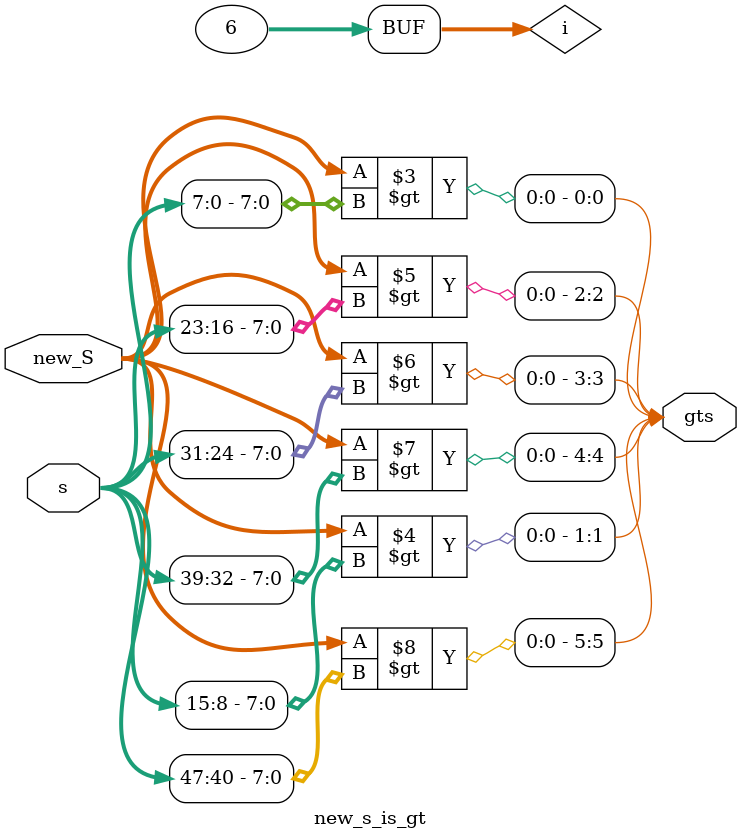
<source format=v>
module new_s_is_gt #(
    parameter N = 7,
    parameter DATA_BITS = 8
) (
    input [DATA_BITS-1: 0] new_S,
    input [(N-1)*DATA_BITS-1 : 0]s,
    output reg [N-2 : 0] gts
);

    integer i;

    always @ (*) begin
        for (i = 0; i < N-1; i = i+1) begin
            gts[i] = new_S > s[DATA_BITS * i +: DATA_BITS];
        end
   end

endmodule


</source>
